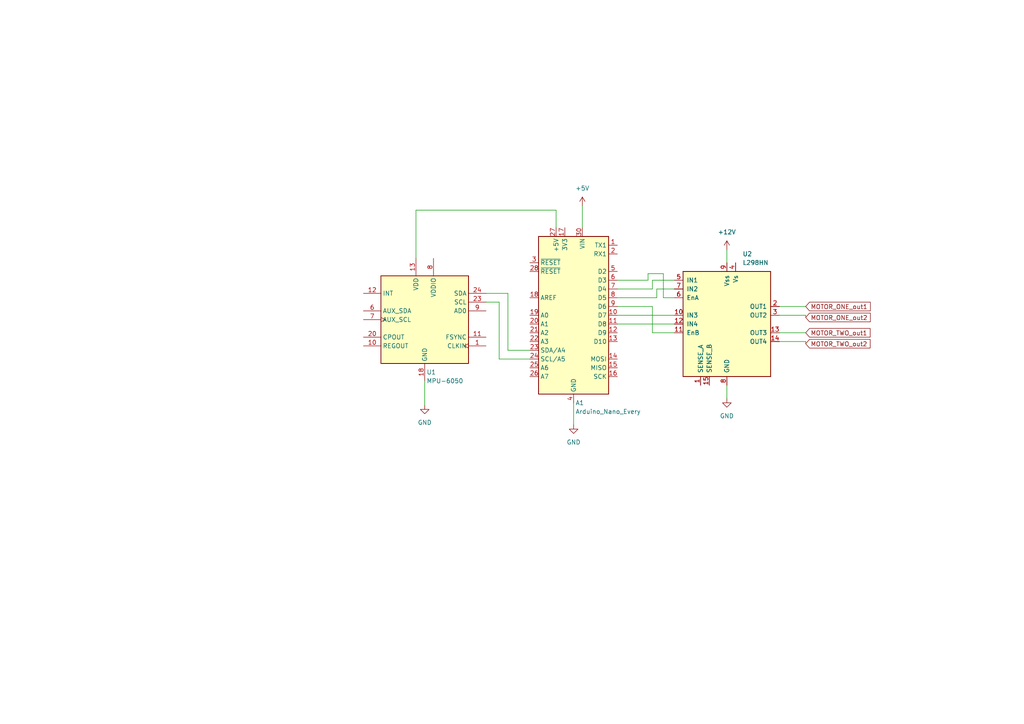
<source format=kicad_sch>
(kicad_sch (version 20211123) (generator eeschema)
  (paper "A4")
  (lib_symbols
    (symbol "Driver_Motor:L298HN" (pin_names (offset 1.016))
      (property "Reference" "U" (at -10.16 16.51 0))
      (property "Value" "L298HN" (at 12.7 16.51 0))
      (symbol "L298HN_0_1"
        (rectangle (start -12.7 15.24) (end 12.7 -15.24) (stroke (width 0.254)) (fill (type background)))
      )
      (symbol "L298HN_1_1"
        (pin power_in line (at -7.62 -17.78 90) (length 2.54) (name "SENSE_A") (number "1"))
        (pin input line (at -15.24 2.54 0) (length 2.54) (name "IN3") (number "10"))
        (pin input line (at -15.24 -2.54 0) (length 2.54) (name "EnB") (number "11"))
        (pin input line (at -15.24 0 0) (length 2.54) (name "IN4") (number "12"))
        (pin output line (at 15.24 -2.54 180) (length 2.54) (name "OUT3") (number "13"))
        (pin output line (at 15.24 -5.08 180) (length 2.54) (name "OUT4") (number "14"))
        (pin power_in line (at -5.08 -17.78 90) (length 2.54) (name "SENSE_B") (number "15"))
        (pin output line (at 15.24 5.08 180) (length 2.54) (name "OUT1") (number "2"))
        (pin output line (at 15.24 2.54 180) (length 2.54) (name "OUT2") (number "3"))
        (pin power_in line (at 2.54 17.78 270) (length 2.54) (name "Vs") (number "4"))
        (pin input line (at -15.24 12.7 0) (length 2.54) (name "IN1") (number "5"))
        (pin input line (at -15.24 7.62 0) (length 2.54) (name "EnA") (number "6"))
        (pin input line (at -15.24 10.16 0) (length 2.54) (name "IN2") (number "7"))
        (pin power_in line (at 0 -17.78 90) (length 2.54) (name "GND") (number "8"))
        (pin power_in line (at 0 17.78 270) (length 2.54) (name "Vss") (number "9"))
      )
    )
    (symbol "MCU_Module:Arduino_Nano_Every"
      (property "Reference" "A" (at -10.16 23.495 0))
      (property "Value" "Arduino_Nano_Every" (at 5.08 -24.13 0))
      (symbol "Arduino_Nano_Every_0_1"
        (rectangle (start -10.16 22.86) (end 10.16 -22.86) (stroke (width 0.254)) (fill (type background)))
      )
      (symbol "Arduino_Nano_Every_1_1"
        (pin bidirectional line (at -12.7 20.32 0) (length 2.54) (name "TX1") (number "1"))
        (pin bidirectional line (at -12.7 0 0) (length 2.54) (name "D7") (number "10"))
        (pin bidirectional line (at -12.7 -2.54 0) (length 2.54) (name "D8") (number "11"))
        (pin bidirectional line (at -12.7 -5.08 0) (length 2.54) (name "D9") (number "12"))
        (pin bidirectional line (at -12.7 -7.62 0) (length 2.54) (name "D10") (number "13"))
        (pin bidirectional line (at -12.7 -12.7 0) (length 2.54) (name "MOSI") (number "14"))
        (pin bidirectional line (at -12.7 -15.24 0) (length 2.54) (name "MISO") (number "15"))
        (pin bidirectional line (at -12.7 -17.78 0) (length 2.54) (name "SCK") (number "16"))
        (pin power_out line (at 2.54 25.4 270) (length 2.54) (name "3V3") (number "17"))
        (pin input line (at 12.7 5.08 180) (length 2.54) (name "AREF") (number "18"))
        (pin bidirectional line (at 12.7 0 180) (length 2.54) (name "A0") (number "19"))
        (pin bidirectional line (at -12.7 17.78 0) (length 2.54) (name "RX1") (number "2"))
        (pin bidirectional line (at 12.7 -2.54 180) (length 2.54) (name "A1") (number "20"))
        (pin bidirectional line (at 12.7 -5.08 180) (length 2.54) (name "A2") (number "21"))
        (pin bidirectional line (at 12.7 -7.62 180) (length 2.54) (name "A3") (number "22"))
        (pin bidirectional line (at 12.7 -10.16 180) (length 2.54) (name "SDA/A4") (number "23"))
        (pin bidirectional line (at 12.7 -12.7 180) (length 2.54) (name "SCL/A5") (number "24"))
        (pin bidirectional line (at 12.7 -15.24 180) (length 2.54) (name "A6") (number "25"))
        (pin bidirectional line (at 12.7 -17.78 180) (length 2.54) (name "A7") (number "26"))
        (pin power_out line (at 5.08 25.4 270) (length 2.54) (name "+5V") (number "27"))
        (pin input line (at 12.7 12.7 180) (length 2.54) (name "~{RESET}") (number "28"))
        (pin passive line (at 0 -25.4 90) (length 2.54) hide (name "GND") (number "29"))
        (pin input line (at 12.7 15.24 180) (length 2.54) (name "~{RESET}") (number "3"))
        (pin power_in line (at -2.54 25.4 270) (length 2.54) (name "VIN") (number "30"))
        (pin power_in line (at 0 -25.4 90) (length 2.54) (name "GND") (number "4"))
        (pin bidirectional line (at -12.7 12.7 0) (length 2.54) (name "D2") (number "5"))
        (pin bidirectional line (at -12.7 10.16 0) (length 2.54) (name "D3") (number "6"))
        (pin bidirectional line (at -12.7 7.62 0) (length 2.54) (name "D4") (number "7"))
        (pin bidirectional line (at -12.7 5.08 0) (length 2.54) (name "D5") (number "8"))
        (pin bidirectional line (at -12.7 2.54 0) (length 2.54) (name "D6") (number "9"))
      )
    )
    (symbol "Sensor_Motion:MPU-6050"
      (property "Reference" "U" (at -11.43 13.97 0))
      (property "Value" "MPU-6050" (at 7.62 -13.97 0))
      (symbol "MPU-6050_0_1"
        (rectangle (start -12.7 12.7) (end 12.7 -12.7) (stroke (width 0.254)) (fill (type background)))
      )
      (symbol "MPU-6050_1_1"
        (pin input clock (at -17.78 -7.62 0) (length 5.08) (name "CLKIN") (number "1"))
        (pin passive line (at 17.78 -7.62 180) (length 5.08) (name "REGOUT") (number "10"))
        (pin input line (at -17.78 -5.08 0) (length 5.08) (name "FSYNC") (number "11"))
        (pin output line (at 17.78 7.62 180) (length 5.08) (name "INT") (number "12"))
        (pin power_in line (at 2.54 17.78 270) (length 5.08) (name "VDD") (number "13"))
        (pin power_in line (at 0 -17.78 90) (length 5.08) (name "GND") (number "18"))
        (pin passive line (at 17.78 -5.08 180) (length 5.08) (name "CPOUT") (number "20"))
        (pin input line (at -17.78 5.08 0) (length 5.08) (name "SCL") (number "23"))
        (pin bidirectional line (at -17.78 7.62 0) (length 5.08) (name "SDA") (number "24"))
        (pin bidirectional line (at 17.78 2.54 180) (length 5.08) (name "AUX_SDA") (number "6"))
        (pin output clock (at 17.78 0 180) (length 5.08) (name "AUX_SCL") (number "7"))
        (pin power_in line (at -2.54 17.78 270) (length 5.08) (name "VDDIO") (number "8"))
        (pin input line (at -17.78 2.54 0) (length 5.08) (name "AD0") (number "9"))
      )
    )
    (symbol "power:+12V" (power) (pin_names (offset 0))
      (property "Value" "+12V" (at 0 3.556 0))
      (symbol "+12V_0_1"
        (polyline (pts (xy -0.762 1.27) (xy 0 2.54)))
        (polyline (pts (xy 0 0) (xy 0 2.54)))
        (polyline (pts (xy 0 2.54) (xy 0.762 1.27)))
      )
      (symbol "+12V_1_1"
        (pin power_in line (at 0 0 90) (length 0) hide (name "+12V") (number "1"))
      )
    )
    (symbol "power:+5V" (power) (pin_names (offset 0))
      (property "Value" "+5V" (at 0 3.556 0))
      (symbol "+5V_0_1"
        (polyline (pts (xy -0.762 1.27) (xy 0 2.54)))
        (polyline (pts (xy 0 0) (xy 0 2.54)))
        (polyline (pts (xy 0 2.54) (xy 0.762 1.27)))
      )
      (symbol "+5V_1_1"
        (pin power_in line (at 0 0 90) (length 0) hide (name "+5V") (number "1"))
      )
    )
    (symbol "power:GND" (power) (pin_names (offset 0))
      (property "Value" "GND" (at 0 -3.81 0))
      (symbol "GND_0_1"
        (polyline (pts (xy 0 0) (xy 0 -1.27) (xy 1.27 -1.27) (xy 0 -2.54) (xy -1.27 -1.27) (xy 0 -1.27)))
      )
      (symbol "GND_1_1"
        (pin power_in line (at 0 0 270) (length 0) hide (name "GND") (number "1"))
      )
    )
  )
  (wire (pts (xy 189.23 83.82) (xy 189.23 81.28)))
  (wire (pts (xy 233.68 99.06) (xy 233.68 99.695)))
  (wire (pts (xy 190.5 83.82) (xy 195.58 83.82)))
  (wire (pts (xy 144.78 87.63) (xy 144.78 104.14)))
  (wire (pts (xy 140.97 87.63) (xy 144.78 87.63)))
  (wire (pts (xy 226.06 88.9) (xy 233.68 88.9)))
  (wire (pts (xy 226.06 91.44) (xy 233.68 91.44)))
  (wire (pts (xy 179.07 86.36) (xy 190.5 86.36)))
  (wire (pts (xy 226.06 99.06) (xy 233.68 99.06)))
  (wire (pts (xy 179.07 83.82) (xy 189.23 83.82)))
  (wire (pts (xy 210.82 72.39) (xy 210.82 76.2)))
  (wire (pts (xy 189.23 81.28) (xy 195.58 81.28)))
  (wire (pts (xy 210.82 111.76) (xy 210.82 115.57)))
  (wire (pts (xy 179.07 81.28) (xy 187.96 81.28)))
  (wire (pts (xy 123.19 110.49) (xy 123.19 117.475)))
  (wire (pts (xy 147.32 101.6) (xy 153.67 101.6)))
  (wire (pts (xy 147.32 85.09) (xy 147.32 101.6)))
  (wire (pts (xy 120.65 60.96) (xy 161.29 60.96)))
  (wire (pts (xy 192.405 86.36) (xy 195.58 86.36)))
  (wire (pts (xy 233.68 91.44) (xy 233.68 92.075)))
  (wire (pts (xy 161.29 60.96) (xy 161.29 66.04)))
  (wire (pts (xy 166.37 116.84) (xy 166.37 123.19)))
  (wire (pts (xy 187.96 79.375) (xy 192.405 79.375)))
  (wire (pts (xy 179.07 88.9) (xy 189.23 88.9)))
  (wire (pts (xy 190.5 86.36) (xy 190.5 83.82)))
  (wire (pts (xy 179.07 93.98) (xy 195.58 93.98)))
  (wire (pts (xy 192.405 79.375) (xy 192.405 86.36)))
  (wire (pts (xy 189.23 96.52) (xy 195.58 96.52)))
  (wire (pts (xy 144.78 104.14) (xy 153.67 104.14)))
  (wire (pts (xy 120.65 74.93) (xy 120.65 60.96)))
  (wire (pts (xy 189.23 88.9) (xy 189.23 96.52)))
  (wire (pts (xy 168.91 59.69) (xy 168.91 66.04)))
  (wire (pts (xy 187.96 81.28) (xy 187.96 79.375)))
  (wire (pts (xy 140.97 85.09) (xy 147.32 85.09)))
  (wire (pts (xy 179.07 91.44) (xy 195.58 91.44)))
  (wire (pts (xy 226.06 96.52) (xy 233.68 96.52)))
  (global_label "MOTOR_TWO_out2" (shape input) (at 233.68 99.695 0) (property "Intersheet References" "${INTERSHEET_REFS}" (effects hide)))
  (global_label "MOTOR_TWO_out1" (shape input) (at 233.68 96.52 0) (property "Intersheet References" "${INTERSHEET_REFS}" (effects hide)))
  (global_label "MOTOR_ONE_out1" (shape input) (at 233.68 88.9 0) (property "Intersheet References" "${INTERSHEET_REFS}" (effects hide)))
  (global_label "MOTOR_ONE_out2" (shape input) (at 233.68 92.075 0) (property "Intersheet References" "${INTERSHEET_REFS}" (effects hide)))
  (symbol (lib_id "power:GND") (at 123.19 117.475 0) (unit 1)
    (property "Reference" "#PWR01" (effects hide))
    (property "Value" "GND" (at 123.19 122.555 0))
  )
  (symbol (lib_id "Driver_Motor:L298HN") (at 210.82 93.98 0) (unit 1)
    (property "Reference" "U2" (at 215.3794 73.66 0) (effects (justify left)))
    (property "Value" "L298HN" (at 215.3794 76.2 0) (effects (justify left)))
    (property "Footprint" "Package_TO_SOT_THT:TO-220-15_P2.54x2.54mm_StaggerOdd_Lead4.58mm_Vertical" (effects hide))
    (property "Datasheet" "http://www.st.com/st-web-ui/static/active/en/resource/technical/document/datasheet/CD00000240.pdf" (effects hide))
  )
  (symbol (lib_id "MCU_Module:Arduino_Nano_Every") (at 166.37 91.44 0) (mirror y) (unit 1)
    (property "Reference" "A1" (at 166.8906 116.84 0) (effects (justify right)))
    (property "Value" "Arduino_Nano_Every" (at 166.8906 119.38 0) (effects (justify right)))
    (property "Footprint" "Module:Arduino_Nano" (effects hide))
    (property "Datasheet" "https://content.arduino.cc/assets/NANOEveryV3.0_sch.pdf" (effects hide))
  )
  (symbol (lib_id "power:+5V") (at 168.91 59.69 0) (unit 1)
    (property "Reference" "#PWR03" (effects hide))
    (property "Value" "+5V" (at 168.91 54.61 0))
  )
  (symbol (lib_id "power:+12V") (at 210.82 72.39 0) (unit 1)
    (property "Reference" "#PWR04" (effects hide))
    (property "Value" "+12V" (at 210.82 67.31 0))
  )
  (symbol (lib_id "Sensor_Motion:MPU-6050") (at 123.19 92.71 0) (mirror y) (unit 1)
    (property "Reference" "U1" (at 123.7106 107.95 0) (effects (justify right)))
    (property "Value" "MPU-6050" (at 123.7106 110.49 0) (effects (justify right)))
    (property "Footprint" "Sensor_Motion:InvenSense_QFN-24_4x4mm_P0.5mm" (effects hide))
    (property "Datasheet" "https://store.invensense.com/datasheets/invensense/MPU-6050_DataSheet_V3%204.pdf" (effects hide))
  )
  (symbol (lib_id "power:GND") (at 166.37 123.19 0) (unit 1)
    (property "Reference" "#PWR02" (effects hide))
    (property "Value" "GND" (at 166.37 128.27 0))
  )
  (symbol (lib_id "power:GND") (at 210.82 115.57 0) (unit 1)
    (property "Reference" "#PWR05" (effects hide))
    (property "Value" "GND" (at 210.82 120.65 0))
  )
)
</source>
